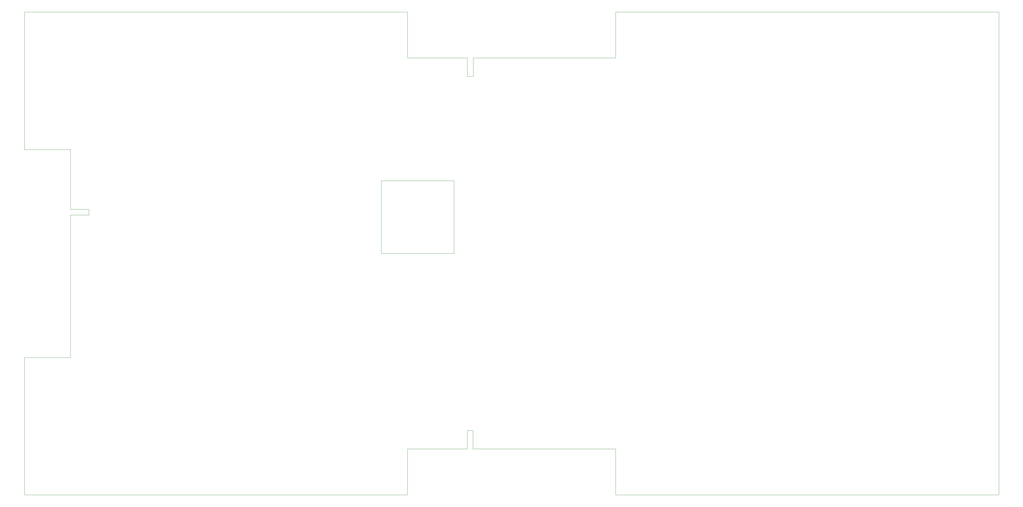
<source format=gm1>
G04*
G04 #@! TF.GenerationSoftware,Altium Limited,Altium Designer,22.11.1 (43)*
G04*
G04 Layer_Color=16711935*
%FSLAX25Y25*%
%MOIN*%
G70*
G04*
G04 #@! TF.SameCoordinates,C01CB905-4FAA-478C-A3D6-3825F8E537A0*
G04*
G04*
G04 #@! TF.FilePolarity,Positive*
G04*
G01*
G75*
%ADD47C,0.00004*%
D47*
X457677Y310039D02*
Y403544D01*
Y310039D02*
X551181D01*
Y403544D01*
X457677D02*
X551181D01*
X491536Y561011D02*
X568110D01*
X491536D02*
Y620079D01*
X0D02*
X491536D01*
X0Y443504D02*
Y620079D01*
Y443504D02*
X59055D01*
Y366942D02*
Y443504D01*
Y366942D02*
X82677D01*
Y359462D02*
Y366942D01*
X59055Y359462D02*
X82677D01*
X59055Y176575D02*
Y359462D01*
X0Y176575D02*
X59055Y176575D01*
X0Y0D02*
Y176575D01*
Y0D02*
X491536Y0D01*
Y59055D01*
X568104D01*
X568110Y59062D01*
Y82677D01*
X575354D01*
Y59055D02*
Y82677D01*
Y59055D02*
X758465D01*
Y0D02*
Y59055D01*
Y0D02*
X1250000Y0D01*
Y620079D01*
X758465D02*
X1250000D01*
X758465Y561011D02*
Y620079D01*
X575590Y561011D02*
X758465D01*
X575590Y537389D02*
X575590Y561011D01*
X568110Y537389D02*
X575590D01*
X568110D02*
Y561011D01*
M02*

</source>
